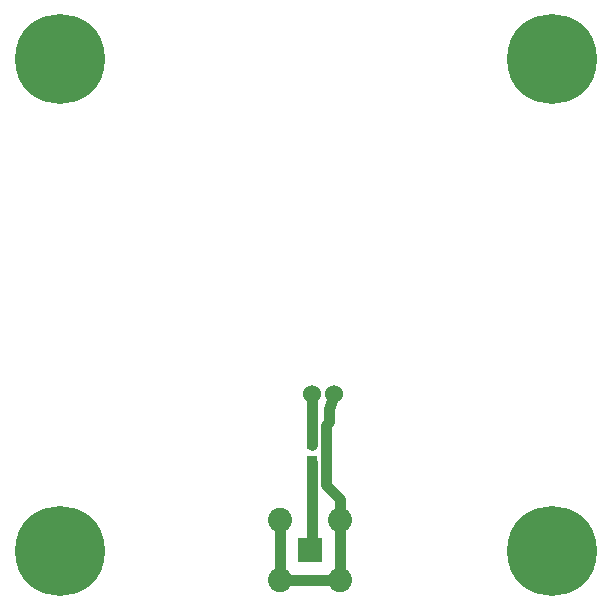
<source format=gtl>
G04*
G04 #@! TF.GenerationSoftware,Altium Limited,Altium Designer,23.6.0 (18)*
G04*
G04 Layer_Physical_Order=1*
G04 Layer_Color=255*
%FSLAX25Y25*%
%MOIN*%
G70*
G04*
G04 #@! TF.SameCoordinates,22C025B0-BAA2-4450-BC7D-CF48B3E84608*
G04*
G04*
G04 #@! TF.FilePolarity,Positive*
G04*
G01*
G75*
%ADD11C,0.01000*%
%ADD12R,0.02559X0.02756*%
%ADD13R,0.03543X0.02953*%
%ADD14R,0.02953X0.03543*%
%ADD19C,0.03620*%
%ADD20C,0.01500*%
%ADD21C,0.00500*%
%ADD22C,0.30000*%
%ADD23C,0.06000*%
%ADD24R,0.08071X0.08071*%
%ADD25C,0.08071*%
G36*
X36371Y74091D02*
X36349Y74113D01*
X36371Y74136D01*
X36394Y74113D01*
X36371Y74091D01*
D02*
G37*
G36*
X68158Y60571D02*
X68181Y60549D01*
X68158Y60526D01*
X68136Y60549D01*
X68158Y60571D01*
D02*
G37*
D11*
X101842Y53520D02*
X102000Y53362D01*
X101500Y18500D02*
X102138Y19138D01*
D12*
X107658Y61000D02*
D03*
X102342D02*
D03*
D13*
X102000Y48638D02*
D03*
Y53362D02*
D03*
D14*
X102138Y40500D02*
D03*
X106862D02*
D03*
D19*
X107658Y65504D02*
X109500Y70500D01*
X107658Y61000D02*
Y65504D01*
X102171Y61171D02*
Y70329D01*
X91500Y8500D02*
X111500D01*
X91500D02*
Y28500D01*
X111500Y8500D02*
Y28500D01*
X102171Y53534D02*
Y60829D01*
X106862Y40500D02*
Y60106D01*
X111500Y28500D02*
Y35567D01*
X106862Y40205D02*
X111500Y35567D01*
X102138Y40500D02*
Y47776D01*
Y19138D02*
Y40500D01*
D20*
X102000Y70500D02*
X102171Y70329D01*
Y61171D02*
X102342Y61000D01*
X102171Y60829D02*
X102342Y61000D01*
X102000Y53362D02*
X102171Y53534D01*
X106862Y40205D02*
Y40500D01*
D21*
X101638Y48276D02*
X102138Y47776D01*
D22*
X18000Y182000D02*
D03*
X182000D02*
D03*
X18000Y18000D02*
D03*
X182000D02*
D03*
D23*
X109500Y70500D02*
D03*
X102000D02*
D03*
D24*
X101500Y18500D02*
D03*
D25*
X91500Y8500D02*
D03*
X111500D02*
D03*
Y28500D02*
D03*
X91500D02*
D03*
M02*

</source>
